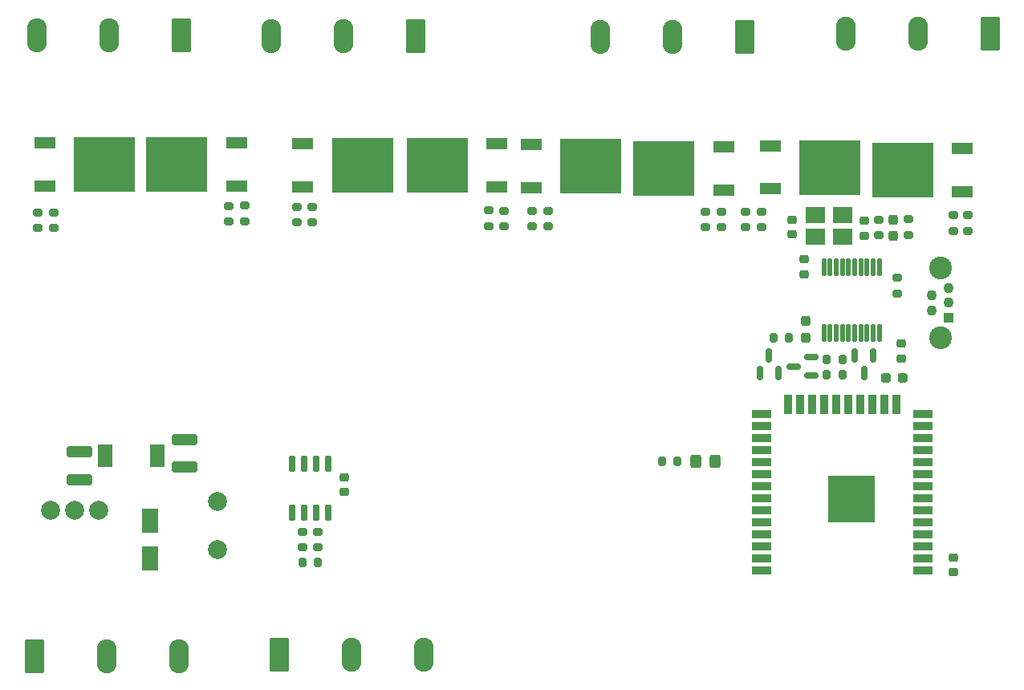
<source format=gbr>
%TF.GenerationSoftware,KiCad,Pcbnew,(5.99.0-12255-gad1ee958b0)*%
%TF.CreationDate,2022-02-21T16:33:45+02:00*%
%TF.ProjectId,esp32-ledstrip-driver,65737033-322d-46c6-9564-73747269702d,rev?*%
%TF.SameCoordinates,Original*%
%TF.FileFunction,Soldermask,Top*%
%TF.FilePolarity,Negative*%
%FSLAX46Y46*%
G04 Gerber Fmt 4.6, Leading zero omitted, Abs format (unit mm)*
G04 Created by KiCad (PCBNEW (5.99.0-12255-gad1ee958b0)) date 2022-02-21 16:33:45*
%MOMM*%
%LPD*%
G01*
G04 APERTURE LIST*
G04 Aperture macros list*
%AMRoundRect*
0 Rectangle with rounded corners*
0 $1 Rounding radius*
0 $2 $3 $4 $5 $6 $7 $8 $9 X,Y pos of 4 corners*
0 Add a 4 corners polygon primitive as box body*
4,1,4,$2,$3,$4,$5,$6,$7,$8,$9,$2,$3,0*
0 Add four circle primitives for the rounded corners*
1,1,$1+$1,$2,$3*
1,1,$1+$1,$4,$5*
1,1,$1+$1,$6,$7*
1,1,$1+$1,$8,$9*
0 Add four rect primitives between the rounded corners*
20,1,$1+$1,$2,$3,$4,$5,0*
20,1,$1+$1,$4,$5,$6,$7,0*
20,1,$1+$1,$6,$7,$8,$9,0*
20,1,$1+$1,$8,$9,$2,$3,0*%
G04 Aperture macros list end*
%ADD10RoundRect,0.200000X-0.200000X-0.275000X0.200000X-0.275000X0.200000X0.275000X-0.200000X0.275000X0*%
%ADD11RoundRect,0.200000X-0.275000X0.200000X-0.275000X-0.200000X0.275000X-0.200000X0.275000X0.200000X0*%
%ADD12RoundRect,0.150000X0.150000X-0.587500X0.150000X0.587500X-0.150000X0.587500X-0.150000X-0.587500X0*%
%ADD13RoundRect,0.125000X-0.125000X0.825000X-0.125000X-0.825000X0.125000X-0.825000X0.125000X0.825000X0*%
%ADD14R,2.200000X1.200000*%
%ADD15R,6.400000X5.800000*%
%ADD16RoundRect,0.200000X0.275000X-0.200000X0.275000X0.200000X-0.275000X0.200000X-0.275000X-0.200000X0*%
%ADD17RoundRect,0.250000X-1.100000X0.325000X-1.100000X-0.325000X1.100000X-0.325000X1.100000X0.325000X0*%
%ADD18RoundRect,0.250001X0.799999X1.549999X-0.799999X1.549999X-0.799999X-1.549999X0.799999X-1.549999X0*%
%ADD19O,2.100000X3.600000*%
%ADD20RoundRect,0.200000X0.200000X0.275000X-0.200000X0.275000X-0.200000X-0.275000X0.200000X-0.275000X0*%
%ADD21RoundRect,0.225000X-0.250000X0.225000X-0.250000X-0.225000X0.250000X-0.225000X0.250000X0.225000X0*%
%ADD22RoundRect,0.237500X0.237500X-0.287500X0.237500X0.287500X-0.237500X0.287500X-0.237500X-0.287500X0*%
%ADD23RoundRect,0.250001X-0.799999X-1.549999X0.799999X-1.549999X0.799999X1.549999X-0.799999X1.549999X0*%
%ADD24R,2.000000X0.900000*%
%ADD25R,0.900000X2.000000*%
%ADD26R,5.000000X5.000000*%
%ADD27R,1.100000X1.100000*%
%ADD28C,1.100000*%
%ADD29C,2.400000*%
%ADD30RoundRect,0.250000X1.100000X-0.325000X1.100000X0.325000X-1.100000X0.325000X-1.100000X-0.325000X0*%
%ADD31RoundRect,0.225000X0.250000X-0.225000X0.250000X0.225000X-0.250000X0.225000X-0.250000X-0.225000X0*%
%ADD32RoundRect,0.250000X-0.325000X-0.450000X0.325000X-0.450000X0.325000X0.450000X-0.325000X0.450000X0*%
%ADD33R,2.100000X1.800000*%
%ADD34RoundRect,0.150000X0.587500X0.150000X-0.587500X0.150000X-0.587500X-0.150000X0.587500X-0.150000X0*%
%ADD35RoundRect,0.150000X-0.150000X0.587500X-0.150000X-0.587500X0.150000X-0.587500X0.150000X0.587500X0*%
%ADD36C,2.000000*%
%ADD37RoundRect,0.150000X-0.150000X0.725000X-0.150000X-0.725000X0.150000X-0.725000X0.150000X0.725000X0*%
%ADD38R,1.500000X2.400000*%
%ADD39RoundRect,0.237500X0.287500X0.237500X-0.287500X0.237500X-0.287500X-0.237500X0.287500X-0.237500X0*%
%ADD40R,1.800000X2.500000*%
G04 APERTURE END LIST*
D10*
%TO.C,R22*%
X153375000Y-95600000D03*
X155025000Y-95600000D03*
%TD*%
D11*
%TO.C,R13*%
X142300000Y-79975000D03*
X142300000Y-81625000D03*
%TD*%
D12*
%TO.C,D5*%
X146350000Y-97037500D03*
X148250000Y-97037500D03*
X147300000Y-95162500D03*
%TD*%
D11*
%TO.C,R12*%
X144800000Y-79975000D03*
X144800000Y-81625000D03*
%TD*%
D13*
%TO.C,U4*%
X158925000Y-85800000D03*
X158275000Y-85800000D03*
X157625000Y-85800000D03*
X156975000Y-85800000D03*
X156325000Y-85800000D03*
X155675000Y-85800000D03*
X155025000Y-85800000D03*
X154375000Y-85800000D03*
X153725000Y-85800000D03*
X153075000Y-85800000D03*
X153075000Y-92800000D03*
X153725000Y-92800000D03*
X154375000Y-92800000D03*
X155025000Y-92800000D03*
X155675000Y-92800000D03*
X156325000Y-92800000D03*
X156975000Y-92800000D03*
X157625000Y-92800000D03*
X158275000Y-92800000D03*
X158925000Y-92800000D03*
%TD*%
D14*
%TO.C,Q6*%
X122200000Y-72920000D03*
D15*
X128500000Y-75200000D03*
D14*
X122200000Y-77480000D03*
%TD*%
D10*
%TO.C,R26*%
X135975000Y-106300000D03*
X137625000Y-106300000D03*
%TD*%
D16*
%TO.C,R8*%
X124000000Y-81525000D03*
X124000000Y-79875000D03*
%TD*%
%TO.C,R6*%
X146500000Y-81625000D03*
X146500000Y-79975000D03*
%TD*%
D17*
%TO.C,C2*%
X74500000Y-105300000D03*
X74500000Y-108250000D03*
%TD*%
D14*
%TO.C,Q1*%
X91100000Y-77280000D03*
D15*
X84800000Y-75000000D03*
D14*
X91100000Y-72720000D03*
%TD*%
D16*
%TO.C,R3*%
X90300000Y-81025000D03*
X90300000Y-79375000D03*
%TD*%
D18*
%TO.C,P4*%
X144700000Y-61500000D03*
D19*
X137080000Y-61500000D03*
X129460000Y-61500000D03*
%TD*%
D16*
%TO.C,R10*%
X99100000Y-81125000D03*
X99100000Y-79475000D03*
%TD*%
D20*
%TO.C,R25*%
X149425000Y-93300000D03*
X147775000Y-93300000D03*
%TD*%
D10*
%TO.C,R19*%
X98050000Y-116975000D03*
X99700000Y-116975000D03*
%TD*%
D14*
%TO.C,Q7*%
X118600000Y-77380000D03*
D15*
X112300000Y-75100000D03*
D14*
X118600000Y-72820000D03*
%TD*%
D21*
%TO.C,C3*%
X166700000Y-116500000D03*
X166700000Y-118050000D03*
%TD*%
D18*
%TO.C,P3*%
X170620000Y-61177500D03*
D19*
X163000000Y-61177500D03*
X155380000Y-61177500D03*
%TD*%
D14*
%TO.C,Q8*%
X98100000Y-72820000D03*
D15*
X104400000Y-75100000D03*
D14*
X98100000Y-77380000D03*
%TD*%
D16*
%TO.C,R9*%
X117700000Y-81500000D03*
X117700000Y-79850000D03*
%TD*%
%TO.C,R7*%
X140600000Y-81625000D03*
X140600000Y-79975000D03*
%TD*%
D22*
%TO.C,D3*%
X151200000Y-93275000D03*
X151200000Y-91525000D03*
%TD*%
D23*
%TO.C,P6*%
X95580000Y-126722500D03*
D19*
X103200000Y-126722500D03*
X110820000Y-126722500D03*
%TD*%
D11*
%TO.C,R11*%
X168300000Y-80375000D03*
X168300000Y-82025000D03*
%TD*%
D24*
%TO.C,U1*%
X163500000Y-117805000D03*
X163500000Y-116535000D03*
X163500000Y-115265000D03*
X163500000Y-113995000D03*
X163500000Y-112725000D03*
X163500000Y-111455000D03*
X163500000Y-110185000D03*
X163500000Y-108915000D03*
X163500000Y-107645000D03*
X163500000Y-106375000D03*
X163500000Y-105105000D03*
X163500000Y-103835000D03*
X163500000Y-102565000D03*
X163500000Y-101295000D03*
D25*
X160715000Y-100295000D03*
X159445000Y-100295000D03*
X158175000Y-100295000D03*
X156905000Y-100295000D03*
X155635000Y-100295000D03*
X154365000Y-100295000D03*
X153095000Y-100295000D03*
X151825000Y-100295000D03*
X150555000Y-100295000D03*
X149285000Y-100295000D03*
D24*
X146500000Y-101295000D03*
X146500000Y-102565000D03*
X146500000Y-103835000D03*
X146500000Y-105105000D03*
X146500000Y-106375000D03*
X146500000Y-107645000D03*
X146500000Y-108915000D03*
X146500000Y-110185000D03*
X146500000Y-111455000D03*
X146500000Y-112725000D03*
X146500000Y-113995000D03*
X146500000Y-115265000D03*
X146500000Y-116535000D03*
X146500000Y-117805000D03*
D26*
X156000000Y-110305000D03*
%TD*%
D11*
%TO.C,R14*%
X122300000Y-79875000D03*
X122300000Y-81525000D03*
%TD*%
D14*
%TO.C,Q2*%
X70900000Y-72720000D03*
D15*
X77200000Y-75000000D03*
D14*
X70900000Y-77280000D03*
%TD*%
D22*
%TO.C,D2*%
X160400000Y-82575000D03*
X160400000Y-80825000D03*
%TD*%
D11*
%TO.C,R1*%
X92000000Y-79350000D03*
X92000000Y-81000000D03*
%TD*%
%TO.C,R18*%
X98100000Y-113750000D03*
X98100000Y-115400000D03*
%TD*%
D20*
%TO.C,R23*%
X155025000Y-97200000D03*
X153375000Y-97200000D03*
%TD*%
D27*
%TO.C,J1*%
X166225000Y-91200000D03*
D28*
X164475000Y-90400000D03*
X166225000Y-89600000D03*
X164475000Y-88800000D03*
X166225000Y-88000000D03*
D29*
X165350000Y-85950000D03*
X165350000Y-93250000D03*
%TD*%
D16*
%TO.C,R5*%
X166700000Y-82025000D03*
X166700000Y-80375000D03*
%TD*%
D14*
%TO.C,Q3*%
X167700000Y-77880000D03*
D15*
X161400000Y-75600000D03*
D14*
X167700000Y-73320000D03*
%TD*%
D30*
%TO.C,C1*%
X85600000Y-106950000D03*
X85600000Y-104000000D03*
%TD*%
D11*
%TO.C,R2*%
X71800000Y-80075000D03*
X71800000Y-81725000D03*
%TD*%
D31*
%TO.C,C4*%
X102500000Y-109550000D03*
X102500000Y-108000000D03*
%TD*%
D32*
%TO.C,D6*%
X139575000Y-106300000D03*
X141625000Y-106300000D03*
%TD*%
D33*
%TO.C,Y1*%
X155050000Y-80350000D03*
X152150000Y-80350000D03*
X152150000Y-82650000D03*
X155050000Y-82650000D03*
%TD*%
D14*
%TO.C,Q5*%
X142500000Y-77680000D03*
D15*
X136200000Y-75400000D03*
D14*
X142500000Y-73120000D03*
%TD*%
D34*
%TO.C,Q10*%
X151737500Y-97250000D03*
X151737500Y-95350000D03*
X149862500Y-96300000D03*
%TD*%
D11*
%TO.C,R17*%
X99700000Y-113750000D03*
X99700000Y-115400000D03*
%TD*%
D35*
%TO.C,Q9*%
X158250000Y-95162500D03*
X156350000Y-95162500D03*
X157300000Y-97037500D03*
%TD*%
D31*
%TO.C,C5*%
X157300000Y-82500000D03*
X157300000Y-80950000D03*
%TD*%
D36*
%TO.C,F1*%
X89090000Y-115640000D03*
X89100000Y-110560000D03*
%TD*%
D37*
%TO.C,U3*%
X100805000Y-106600000D03*
X99535000Y-106600000D03*
X98265000Y-106600000D03*
X96995000Y-106600000D03*
X96995000Y-111750000D03*
X98265000Y-111750000D03*
X99535000Y-111750000D03*
X100805000Y-111750000D03*
%TD*%
D38*
%TO.C,L1*%
X82750000Y-105775000D03*
X77250000Y-105775000D03*
%TD*%
D11*
%TO.C,R15*%
X119300000Y-79875000D03*
X119300000Y-81525000D03*
%TD*%
D18*
%TO.C,P2*%
X85320000Y-61377500D03*
D19*
X77700000Y-61377500D03*
X70080000Y-61377500D03*
%TD*%
D39*
%TO.C,D4*%
X161375000Y-97500000D03*
X159625000Y-97500000D03*
%TD*%
D16*
%TO.C,R21*%
X160800000Y-88625000D03*
X160800000Y-86975000D03*
%TD*%
D31*
%TO.C,C8*%
X161200000Y-95450000D03*
X161200000Y-93900000D03*
%TD*%
D16*
%TO.C,R4*%
X70100000Y-81725000D03*
X70100000Y-80075000D03*
%TD*%
D18*
%TO.C,P5*%
X110020000Y-61477500D03*
D19*
X102400000Y-61477500D03*
X94780000Y-61477500D03*
%TD*%
D36*
%TO.C,U2*%
X76540000Y-111525000D03*
X74000000Y-111525000D03*
X71460000Y-111525000D03*
%TD*%
D11*
%TO.C,R16*%
X97500000Y-79475000D03*
X97500000Y-81125000D03*
%TD*%
D21*
%TO.C,C6*%
X149700000Y-80825000D03*
X149700000Y-82375000D03*
%TD*%
D16*
%TO.C,R20*%
X158900000Y-82450000D03*
X158900000Y-80800000D03*
%TD*%
D14*
%TO.C,Q4*%
X147400000Y-73020000D03*
D15*
X153700000Y-75300000D03*
D14*
X147400000Y-77580000D03*
%TD*%
D40*
%TO.C,D1*%
X82000000Y-112575000D03*
X82000000Y-116575000D03*
%TD*%
D23*
%TO.C,P1*%
X69780000Y-126922500D03*
D19*
X77400000Y-126922500D03*
X85020000Y-126922500D03*
%TD*%
D21*
%TO.C,C7*%
X151000000Y-85025000D03*
X151000000Y-86575000D03*
%TD*%
D11*
%TO.C,R24*%
X162000000Y-80775000D03*
X162000000Y-82425000D03*
%TD*%
M02*

</source>
